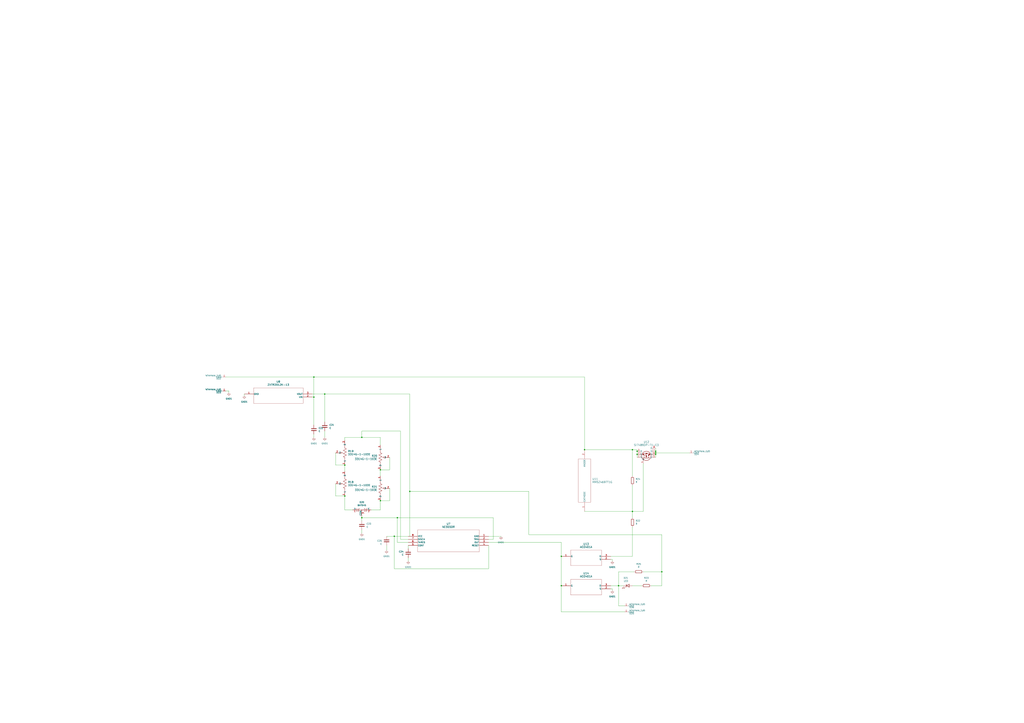
<source format=kicad_sch>
(kicad_sch (version 20230121) (generator eeschema)
  (paper "A1")
  (lib_symbols
    (symbol "3314G:3314G-1-103E" (pin_names (offset 0.254))
      (property "Reference" "R" (at 10.795 -3.175 0))
      (property "Value" "3314G-1-103E" (at 10.795 -6.35 0))
      (symbol "3314G-1-103E_1_1"
        (polyline (pts (xy 2.54 0) (xy 6.35 0)) (stroke (width 0.2032)))
        (polyline (pts (xy 6.35 0) (xy 6.985 1.27)) (stroke (width 0.2032)))
        (polyline (pts (xy 6.985 1.27) (xy 8.255 -1.27)) (stroke (width 0.2032)))
        (polyline (pts (xy 8.255 -1.27) (xy 9.525 1.27)) (stroke (width 0.2032)))
        (polyline (pts (xy 9.525 1.27) (xy 10.795 -1.27)) (stroke (width 0.2032)))
        (polyline (pts (xy 9.525 3.81) (xy 10.16 1.905)) (stroke (width 0.2032)))
        (polyline (pts (xy 9.525 3.81) (xy 10.795 3.81)) (stroke (width 0.2032)))
        (polyline (pts (xy 10.16 3.81) (xy 10.16 5.08)) (stroke (width 0.2032)))
        (polyline (pts (xy 10.795 -1.27) (xy 12.065 1.27)) (stroke (width 0.2032)))
        (polyline (pts (xy 10.795 3.81) (xy 10.16 1.905)) (stroke (width 0.2032)))
        (polyline (pts (xy 12.065 1.27) (xy 13.335 -1.27)) (stroke (width 0.2032)))
        (polyline (pts (xy 13.335 -1.27) (xy 13.97 0)) (stroke (width 0.2032)))
        (polyline (pts (xy 13.97 0) (xy 17.78 0)) (stroke (width 0.2032)))
        (pin unspecified line (at 0 0 0) (length 2.54) (name "1") (number "1"))
        (pin unspecified line (at 10.16 7.62 270) (length 2.54) (name "2") (number "2"))
        (pin unspecified line (at 20.32 0 180) (length 2.54) (name "3") (number "3"))
      )
      (symbol "3314G-1-103E_1_2"
        (polyline (pts (xy -3.81 -10.795) (xy -3.81 -9.525)) (stroke (width 0.2032)))
        (polyline (pts (xy -3.81 -10.795) (xy -1.905 -10.16)) (stroke (width 0.2032)))
        (polyline (pts (xy -3.81 -10.16) (xy -5.08 -10.16)) (stroke (width 0.2032)))
        (polyline (pts (xy -3.81 -9.525) (xy -1.905 -10.16)) (stroke (width 0.2032)))
        (polyline (pts (xy -1.27 -13.335) (xy 1.27 -12.065)) (stroke (width 0.2032)))
        (polyline (pts (xy -1.27 -10.795) (xy 1.27 -9.525)) (stroke (width 0.2032)))
        (polyline (pts (xy -1.27 -8.255) (xy 1.27 -6.985)) (stroke (width 0.2032)))
        (polyline (pts (xy 0 -17.78) (xy 0 -13.97)) (stroke (width 0.2032)))
        (polyline (pts (xy 0 -13.97) (xy -1.27 -13.335)) (stroke (width 0.2032)))
        (polyline (pts (xy 0 -6.35) (xy 0 -2.54)) (stroke (width 0.2032)))
        (polyline (pts (xy 1.27 -12.065) (xy -1.27 -10.795)) (stroke (width 0.2032)))
        (polyline (pts (xy 1.27 -9.525) (xy -1.27 -8.255)) (stroke (width 0.2032)))
        (polyline (pts (xy 1.27 -6.985) (xy 0 -6.35)) (stroke (width 0.2032)))
        (pin unspecified line (at 0 0 270) (length 2.54) (name "1") (number "1"))
        (pin unspecified line (at -7.62 -10.16 0) (length 2.54) (name "2") (number "2"))
        (pin unspecified line (at 0 -20.32 90) (length 2.54) (name "3") (number "3"))
      )
    )
    (symbol "AO3401A:AO3401A" (pin_names (offset 0.254))
      (property "Reference" "U" (at 20.32 10.16 0))
      (property "Value" "AO3401A" (at 20.32 7.62 0))
      (symbol "AO3401A_0_1"
        (polyline (pts (xy 7.62 -7.62) (xy 33.02 -7.62)) (stroke (width 0.127)))
        (polyline (pts (xy 7.62 5.08) (xy 7.62 -7.62)) (stroke (width 0.127)))
        (polyline (pts (xy 33.02 -7.62) (xy 33.02 5.08)) (stroke (width 0.127)))
        (polyline (pts (xy 33.02 5.08) (xy 7.62 5.08)) (stroke (width 0.127)))
        (pin unspecified line (at 0 0 0) (length 7.62) (name "G") (number "1"))
        (pin unspecified line (at 40.64 -2.54 180) (length 7.62) (name "S") (number "2"))
        (pin unspecified line (at 40.64 0 180) (length 7.62) (name "D") (number "3"))
      )
    )
    (symbol "Connectors_for_Wire:WireHole_1p5"
      (property "Reference" "D" (at 0 -1.27 0))
      (property "Value" "WireHole_1p5" (at 0 1.27 0))
      (symbol "WireHole_1p5_1_0"
        (pin bidirectional line (at 0 0 0) (length 2.54) (name "Conn") (number "1"))
      )
    )
    (symbol "Device:C" (pin_numbers hide) (pin_names (offset 0.254))
      (property "Reference" "C" (at 0.635 2.54 0))
      (property "Value" "C" (at 0.635 -2.54 0))
      (symbol "C_0_1"
        (polyline (pts (xy -2.032 -0.762) (xy 2.032 -0.762)) (stroke (width 0.508)))
        (polyline (pts (xy -2.032 0.762) (xy 2.032 0.762)) (stroke (width 0.508)))
      )
      (symbol "C_1_1"
        (pin passive line (at 0 3.81 270) (length 2.794) (name "~") (number "1"))
        (pin passive line (at 0 -3.81 90) (length 2.794) (name "~") (number "2"))
      )
    )
    (symbol "Device:LED" (pin_numbers hide) (pin_names (offset 1.016) hide)
      (property "Reference" "D" (at 0 2.54 0))
      (property "Value" "LED" (at 0 -2.54 0))
      (symbol "LED_0_1"
        (polyline (pts (xy -1.27 -1.27) (xy -1.27 1.27)) (stroke (width 0.254)))
        (polyline (pts (xy -1.27 0) (xy 1.27 0)))
        (polyline (pts (xy 1.27 -1.27) (xy 1.27 1.27) (xy -1.27 0) (xy 1.27 -1.27)) (stroke (width 0.254)))
        (polyline (pts (xy -3.048 -0.762) (xy -4.572 -2.286) (xy -3.81 -2.286) (xy -4.572 -2.286) (xy -4.572 -1.524)))
        (polyline (pts (xy -1.778 -0.762) (xy -3.302 -2.286) (xy -2.54 -2.286) (xy -3.302 -2.286) (xy -3.302 -1.524)))
      )
      (symbol "LED_1_1"
        (pin passive line (at -3.81 0 0) (length 2.54) (name "K") (number "1"))
        (pin passive line (at 3.81 0 180) (length 2.54) (name "A") (number "2"))
      )
    )
    (symbol "Device:R" (pin_numbers hide) (pin_names (offset 0))
      (property "Reference" "R" (at 2.032 0 90))
      (property "Value" "R" (at 0 0 90))
      (symbol "R_0_1"
        (rectangle (start -1.016 -2.54) (end 1.016 2.54) (stroke (width 0.254)))
      )
      (symbol "R_1_1"
        (pin passive line (at 0 3.81 270) (length 1.27) (name "~") (number "1"))
        (pin passive line (at 0 -3.81 90) (length 1.27) (name "~") (number "2"))
      )
    )
    (symbol "Diode:BAT54S" (pin_names (offset 0))
      (property "Reference" "D" (at 2.54 -5.08 0))
      (property "Value" "BAT54S" (at -6.35 3.175 0))
      (symbol "BAT54S_0_1"
        (polyline (pts (xy -3.81 0) (xy -1.27 0)))
        (polyline (pts (xy -3.175 -1.27) (xy -3.175 -1.016)))
        (polyline (pts (xy -2.54 -1.27) (xy -3.175 -1.27)))
        (polyline (pts (xy -2.54 -1.27) (xy -2.54 1.27)))
        (polyline (pts (xy -2.54 1.27) (xy -1.905 1.27)))
        (polyline (pts (xy -1.905 0) (xy 1.905 0)))
        (polyline (pts (xy -1.905 1.27) (xy -1.905 1.016)))
        (polyline (pts (xy 1.27 0) (xy 3.81 0)))
        (polyline (pts (xy 3.175 -1.27) (xy 3.175 -1.016)))
        (polyline (pts (xy 3.81 -1.27) (xy 3.175 -1.27)))
        (polyline (pts (xy 3.81 -1.27) (xy 3.81 1.27)))
        (polyline (pts (xy 3.81 1.27) (xy 4.445 1.27)))
        (polyline (pts (xy 4.445 1.27) (xy 4.445 1.016)))
        (polyline (pts (xy -4.445 1.27) (xy -4.445 -1.27) (xy -2.54 0) (xy -4.445 1.27)))
        (polyline (pts (xy 1.905 1.27) (xy 1.905 -1.27) (xy 3.81 0) (xy 1.905 1.27)))
        (circle (center 0 0) (radius 0.254) (fill (type outline)))
      )
      (symbol "BAT54S_1_1"
        (pin passive line (at -7.62 0 0) (length 3.81) (name "A") (number "1"))
        (pin passive line (at 7.62 0 180) (length 3.81) (name "K") (number "2"))
        (pin passive line (at 0 -5.08 90) (length 5.08) (name "COM") (number "3"))
      )
    )
    (symbol "MMSZ4697T1G:MMSZ4697T1G" (pin_names (offset 0.254))
      (property "Reference" "U" (at 25.4 10.16 0))
      (property "Value" "MMSZ4697T1G" (at 25.4 7.62 0))
      (symbol "MMSZ4697T1G_0_1"
        (polyline (pts (xy 7.62 -5.08) (xy 43.18 -5.08)) (stroke (width 0.127)))
        (polyline (pts (xy 7.62 5.08) (xy 7.62 -5.08)) (stroke (width 0.127)))
        (polyline (pts (xy 43.18 -5.08) (xy 43.18 5.08)) (stroke (width 0.127)))
        (polyline (pts (xy 43.18 5.08) (xy 7.62 5.08)) (stroke (width 0.127)))
        (pin unspecified line (at 0 0 0) (length 7.62) (name "CATHODE") (number "1"))
        (pin unspecified line (at 50.8 0 180) (length 7.62) (name "ANODE") (number "2"))
      )
    )
    (symbol "NE555DB:NE555DR" (pin_names (offset 0.254))
      (property "Reference" "U" (at 33.02 10.16 0))
      (property "Value" "NE555DR" (at 33.02 7.62 0))
      (symbol "NE555DR_0_1"
        (polyline (pts (xy 7.62 -12.7) (xy 58.42 -12.7)) (stroke (width 0.127)))
        (polyline (pts (xy 7.62 5.08) (xy 7.62 -12.7)) (stroke (width 0.127)))
        (polyline (pts (xy 58.42 -12.7) (xy 58.42 5.08)) (stroke (width 0.127)))
        (polyline (pts (xy 58.42 5.08) (xy 7.62 5.08)) (stroke (width 0.127)))
        (pin power_in line (at 0 0 0) (length 7.62) (name "GND") (number "1"))
        (pin input line (at 0 -2.54 0) (length 7.62) (name "TRIG") (number "2"))
        (pin output line (at 0 -5.08 0) (length 7.62) (name "OUT") (number "3"))
        (pin input line (at 0 -7.62 0) (length 7.62) (name "RESET") (number "4"))
        (pin unspecified line (at 66.04 -7.62 180) (length 7.62) (name "CONT") (number "5"))
        (pin input line (at 66.04 -5.08 180) (length 7.62) (name "THRES") (number "6"))
        (pin unspecified line (at 66.04 -2.54 180) (length 7.62) (name "DISCH") (number "7"))
        (pin power_in line (at 66.04 0 180) (length 7.62) (name "VCC") (number "8"))
      )
    )
    (symbol "SI7489DP:SI7489DP-T1-E3" (pin_names (offset 0.254))
      (property "Reference" "U" (at 11.43 -0.635 0))
      (property "Value" "SI7489DP-T1-E3" (at 11.43 -5.08 0))
      (symbol "SI7489DP-T1-E3_0_1"
        (polyline (pts (xy 2.54 0) (xy 4.445 0)) (stroke (width 0.2032)))
        (polyline (pts (xy 4.445 -5.08) (xy 4.445 0)) (stroke (width 0.2032)))
        (polyline (pts (xy 5.08 -7.62) (xy 12.7 -7.62)) (stroke (width 0.127)))
        (polyline (pts (xy 5.08 -5.08) (xy 5.08 -3.81)) (stroke (width 0.2032)))
        (polyline (pts (xy 5.08 -4.445) (xy 6.985 -4.445)) (stroke (width 0.2032)))
        (polyline (pts (xy 5.08 -3.175) (xy 5.08 -1.905)) (stroke (width 0.2032)))
        (polyline (pts (xy 5.08 -1.27) (xy 5.08 0)) (stroke (width 0.2032)))
        (polyline (pts (xy 5.08 -0.635) (xy 6.985 -0.635)) (stroke (width 0.2032)))
        (polyline (pts (xy 5.08 2.54) (xy 10.16 2.54)) (stroke (width 0.127)))
        (polyline (pts (xy 5.715 -2.54) (xy 5.08 -2.54)) (stroke (width 0.2032)))
        (polyline (pts (xy 6.985 -5.08) (xy 8.255 -5.08)) (stroke (width 0.2032)))
        (polyline (pts (xy 6.985 -4.445) (xy 6.985 -5.08)) (stroke (width 0.127)))
        (polyline (pts (xy 6.985 -0.635) (xy 6.985 -2.54)) (stroke (width 0.2032)))
        (polyline (pts (xy 6.985 -0.635) (xy 6.985 0)) (stroke (width 0.2032)))
        (polyline (pts (xy 6.985 0) (xy 8.255 0)) (stroke (width 0.2032)))
        (polyline (pts (xy 7.62 -7.62) (xy 7.62 -5.08)) (stroke (width 0.127)))
        (polyline (pts (xy 7.62 2.54) (xy 7.6454 0)) (stroke (width 0.127)))
        (polyline (pts (xy 8.255 -5.08) (xy 8.255 -3.175)) (stroke (width 0.2032)))
        (polyline (pts (xy 8.255 -1.905) (xy 8.255 0)) (stroke (width 0.2032)))
        (polyline (pts (xy 8.89 -1.905) (xy 7.62 -1.905)) (stroke (width 0.2032)))
        (polyline (pts (xy 5.715 -3.175) (xy 6.985 -2.54) (xy 5.715 -1.905)) (stroke (width 0.0254)) (fill (type outline)))
        (polyline (pts (xy 8.89 -3.175) (xy 7.62 -3.175) (xy 8.255 -1.905)) (stroke (width 0.0254)) (fill (type outline)))
        (circle (center 6.35 -2.54) (radius 3.81) (stroke (width 0.254)))
        (circle (center 6.985 -4.445) (radius 0.0254) (stroke (width 0.508)))
        (circle (center 7.62 -5.08) (radius 0.0254) (stroke (width 0.508)))
        (circle (center 7.62 0) (radius 0.0254) (stroke (width 0.508)))
        (pin unspecified line (at 5.08 5.08 270) (length 2.54) (name "S") (number "1"))
        (pin unspecified line (at 7.62 5.08 270) (length 2.54) (name "S") (number "2"))
        (pin unspecified line (at 10.16 5.08 270) (length 2.54) (name "S") (number "3"))
        (pin unspecified line (at 0 0 0) (length 2.54) (name "G") (number "4"))
        (pin unspecified line (at 5.08 -10.16 90) (length 2.54) (name "D") (number "5"))
        (pin unspecified line (at 7.62 -10.16 90) (length 2.54) (name "D") (number "6"))
        (pin unspecified line (at 10.16 -10.16 90) (length 2.54) (name "D") (number "7"))
        (pin unspecified line (at 12.7 -10.16 90) (length 2.54) (name "D") (number "8"))
      )
    )
    (symbol "ZXTR2012K:ZXTR2012K-13" (pin_names (offset 0.254))
      (property "Reference" "U" (at 27.94 10.16 0))
      (property "Value" "ZXTR2012K-13" (at 27.94 7.62 0))
      (symbol "ZXTR2012K-13_0_1"
        (polyline (pts (xy 7.62 -7.62) (xy 48.26 -7.62)) (stroke (width 0.127)))
        (polyline (pts (xy 7.62 5.08) (xy 7.62 -7.62)) (stroke (width 0.127)))
        (polyline (pts (xy 48.26 -7.62) (xy 48.26 5.08)) (stroke (width 0.127)))
        (polyline (pts (xy 48.26 5.08) (xy 7.62 5.08)) (stroke (width 0.127)))
        (pin power_in line (at 0 0 0) (length 7.62) (name "GND") (number "1"))
        (pin input line (at 55.88 -2.54 180) (length 7.62) (name "VIN") (number "2"))
        (pin output line (at 55.88 0 180) (length 7.62) (name "VOUT") (number "3"))
      )
    )
    (symbol "power:GND1" (power) (pin_names (offset 0))
      (property "Value" "GND1" (at 0 -3.81 0))
      (symbol "GND1_0_1"
        (polyline (pts (xy 0 0) (xy 0 -1.27) (xy 1.27 -1.27) (xy 0 -2.54) (xy -1.27 -1.27) (xy 0 -1.27)))
      )
      (symbol "GND1_1_1"
        (pin power_in line (at 0 0 270) (length 0) hide (name "GND1") (number "1"))
      )
    )
  )
  (junction (at 543.56 469.9))
  (junction (at 461.01 481.33))
  (junction (at 257.81 309.88))
  (junction (at 523.24 373.38))
  (junction (at 519.43 420.37))
  (junction (at 538.48 370.84))
  (junction (at 312.42 411.48))
  (junction (at 508 481.33))
  (junction (at 266.7 323.85))
  (junction (at 326.39 425.45))
  (junction (at 312.42 386.08))
  (junction (at 297.18 359.41))
  (junction (at 257.81 326.39))
  (junction (at 283.21 407.67))
  (junction (at 461.01 457.2))
  (junction (at 538.48 373.38))
  (junction (at 336.55 403.86))
  (junction (at 480.06 369.57))
  (junction (at 283.21 382.27))
  (junction (at 523.24 370.84))
  (junction (at 538.48 372.11))
  (junction (at 519.43 369.57))
  (junction (at 323.85 440.69))
  (junction (at 297.18 425.45))
  (wire (pts (xy 523.24 373.38) (xy 523.24 375.92)))
  (wire (pts (xy 519.43 369.57) (xy 519.43 391.16)))
  (wire (pts (xy 304.8 419.1) (xy 312.42 419.1)))
  (wire (pts (xy 543.56 439.42) (xy 434.34 439.42)))
  (wire (pts (xy 320.04 386.08) (xy 312.42 386.08)))
  (wire (pts (xy 501.65 457.2) (xy 519.43 457.2)))
  (wire (pts (xy 538.48 368.3) (xy 538.48 370.84)))
  (wire (pts (xy 275.59 372.11) (xy 275.59 382.27)))
  (wire (pts (xy 257.81 326.39) (xy 256.54 326.39)))
  (wire (pts (xy 538.48 370.84) (xy 538.48 372.11)))
  (wire (pts (xy 513.08 497.84) (xy 508 497.84)))
  (wire (pts (xy 328.93 443.23) (xy 328.93 354.33)))
  (wire (pts (xy 257.81 309.88) (xy 257.81 326.39)))
  (wire (pts (xy 401.32 448.31) (xy 401.32 467.36)))
  (wire (pts (xy 283.21 361.95) (xy 283.21 359.41)))
  (wire (pts (xy 519.43 369.57) (xy 523.24 369.57)))
  (wire (pts (xy 266.7 323.85) (xy 256.54 323.85)))
  (wire (pts (xy 411.48 440.69) (xy 401.32 440.69)))
  (wire (pts (xy 275.59 407.67) (xy 283.21 407.67)))
  (wire (pts (xy 401.32 467.36) (xy 323.85 467.36)))
  (wire (pts (xy 328.93 354.33) (xy 297.18 354.33)))
  (wire (pts (xy 266.7 346.71) (xy 266.7 323.85)))
  (wire (pts (xy 336.55 440.69) (xy 336.55 403.86)))
  (wire (pts (xy 187.96 321.31) (xy 187.96 322.58)))
  (wire (pts (xy 185.42 321.31) (xy 187.96 321.31)))
  (wire (pts (xy 335.28 440.69) (xy 323.85 440.69)))
  (wire (pts (xy 401.32 443.23) (xy 405.13 443.23)))
  (wire (pts (xy 480.06 420.37) (xy 519.43 420.37)))
  (wire (pts (xy 312.42 359.41) (xy 312.42 365.76)))
  (wire (pts (xy 275.59 397.51) (xy 275.59 407.67)))
  (wire (pts (xy 275.59 382.27) (xy 283.21 382.27)))
  (wire (pts (xy 528.32 420.37) (xy 528.32 381)))
  (wire (pts (xy 434.34 403.86) (xy 336.55 403.86)))
  (wire (pts (xy 326.39 425.45) (xy 297.18 425.45)))
  (wire (pts (xy 501.65 483.87) (xy 502.92 483.87)))
  (wire (pts (xy 317.5 448.31) (xy 317.5 452.12)))
  (wire (pts (xy 323.85 467.36) (xy 323.85 440.69)))
  (wire (pts (xy 266.7 354.33) (xy 266.7 359.41)))
  (wire (pts (xy 401.32 445.77) (xy 461.01 445.77)))
  (wire (pts (xy 480.06 369.57) (xy 519.43 369.57)))
  (wire (pts (xy 283.21 382.27) (xy 283.21 387.35)))
  (wire (pts (xy 528.32 469.9) (xy 543.56 469.9)))
  (wire (pts (xy 312.42 419.1) (xy 312.42 411.48)))
  (wire (pts (xy 405.13 443.23) (xy 405.13 425.45)))
  (wire (pts (xy 508 481.33) (xy 511.81 481.33)))
  (wire (pts (xy 501.65 481.33) (xy 508 481.33)))
  (wire (pts (xy 519.43 398.78) (xy 519.43 420.37)))
  (wire (pts (xy 335.28 448.31) (xy 335.28 450.85)))
  (wire (pts (xy 312.42 386.08) (xy 312.42 391.16)))
  (wire (pts (xy 534.67 481.33) (xy 543.56 481.33)))
  (wire (pts (xy 538.48 373.38) (xy 538.48 375.92)))
  (wire (pts (xy 405.13 425.45) (xy 326.39 425.45)))
  (wire (pts (xy 335.28 445.77) (xy 326.39 445.77)))
  (wire (pts (xy 461.01 502.92) (xy 461.01 481.33)))
  (wire (pts (xy 297.18 435.61) (xy 297.18 438.15)))
  (wire (pts (xy 297.18 424.18) (xy 297.18 425.45)))
  (wire (pts (xy 538.48 372.11) (xy 538.48 373.38)))
  (wire (pts (xy 335.28 458.47) (xy 335.28 461.01)))
  (wire (pts (xy 335.28 443.23) (xy 328.93 443.23)))
  (wire (pts (xy 502.92 483.87) (xy 502.92 485.14)))
  (wire (pts (xy 523.24 369.57) (xy 523.24 370.84)))
  (wire (pts (xy 519.43 481.33) (xy 527.05 481.33)))
  (wire (pts (xy 283.21 359.41) (xy 297.18 359.41)))
  (wire (pts (xy 336.55 403.86) (xy 336.55 323.85)))
  (wire (pts (xy 543.56 469.9) (xy 543.56 439.42)))
  (wire (pts (xy 283.21 419.1) (xy 283.21 407.67)))
  (wire (pts (xy 257.81 309.88) (xy 480.06 309.88)))
  (wire (pts (xy 326.39 445.77) (xy 326.39 425.45)))
  (wire (pts (xy 297.18 354.33) (xy 297.18 359.41)))
  (wire (pts (xy 480.06 309.88) (xy 480.06 369.57)))
  (wire (pts (xy 502.92 459.74) (xy 502.92 461.01)))
  (wire (pts (xy 519.43 433.07) (xy 519.43 457.2)))
  (wire (pts (xy 538.48 372.11) (xy 566.42 372.11)))
  (wire (pts (xy 289.56 419.1) (xy 283.21 419.1)))
  (wire (pts (xy 200.66 323.85) (xy 200.66 325.12)))
  (wire (pts (xy 320.04 401.32) (xy 320.04 411.48)))
  (wire (pts (xy 513.08 502.92) (xy 461.01 502.92)))
  (wire (pts (xy 519.43 420.37) (xy 528.32 420.37)))
  (wire (pts (xy 317.5 440.69) (xy 323.85 440.69)))
  (wire (pts (xy 434.34 439.42) (xy 434.34 403.86)))
  (wire (pts (xy 185.42 309.88) (xy 257.81 309.88)))
  (wire (pts (xy 461.01 445.77) (xy 461.01 457.2)))
  (wire (pts (xy 523.24 370.84) (xy 523.24 373.38)))
  (wire (pts (xy 266.7 323.85) (xy 336.55 323.85)))
  (wire (pts (xy 508 481.33) (xy 508 497.84)))
  (wire (pts (xy 257.81 356.87) (xy 257.81 359.41)))
  (wire (pts (xy 501.65 459.74) (xy 502.92 459.74)))
  (wire (pts (xy 543.56 481.33) (xy 543.56 469.9)))
  (wire (pts (xy 320.04 375.92) (xy 320.04 386.08)))
  (wire (pts (xy 520.7 469.9) (xy 508 469.9)))
  (wire (pts (xy 461.01 457.2) (xy 461.01 481.33)))
  (wire (pts (xy 297.18 359.41) (xy 312.42 359.41)))
  (wire (pts (xy 519.43 420.37) (xy 519.43 425.45)))
  (wire (pts (xy 508 469.9) (xy 508 481.33)))
  (wire (pts (xy 297.18 425.45) (xy 297.18 427.99)))
  (wire (pts (xy 257.81 326.39) (xy 257.81 349.25)))
  (wire (pts (xy 320.04 411.48) (xy 312.42 411.48)))
  (symbol (lib_id "AO3401A:AO3401A") (at 461.01 457.2 0) (unit 1)
    (property "Reference" "U13" (at 481.33 447.04 0) (effects (font (size 1.524 1.524))))
    (property "Value" "AO3401A" (at 481.33 449.58 0) (effects (font (size 1.524 1.524))))
    (property "Footprint" "ul_AO3401A:SOT-23-3L_AOS" (effects hide))
    (property "Datasheet" "AO3401A" (effects hide))
  )
  (symbol (lib_id "Device:R") (at 530.86 481.33 90) (unit 1)
    (property "Reference" "R23" (at 530.86 474.98 90))
    (property "Value" "R" (at 530.86 477.52 90))
    (property "Footprint" "Resistor_SMD:R_0603_1608Metric_Pad0.98x0.95mm_HandSolder" (effects hide))
  )
  (symbol (lib_id "Device:C") (at 335.28 454.66 0) (mirror y) (unit 1)
    (property "Reference" "C24" (at 331.47 453.39 0) (effects (justify left)))
    (property "Value" "C" (at 331.47 455.93 0) (effects (justify left)))
    (property "Footprint" "Capacitor_SMD:C_0603_1608Metric_Pad1.08x0.95mm_HandSolder" (effects hide))
  )
  (symbol (lib_id "NE555DB:NE555DR") (at 401.32 440.69 0) (mirror y) (unit 1)
    (property "Reference" "U7" (at 368.3 430.53 0) (effects (font (size 1.524 1.524))))
    (property "Value" "NE555DR" (at 368.3 433.07 0) (effects (font (size 1.524 1.524))))
    (property "Footprint" "ul_NE555DR:D8" (effects hide))
    (property "Datasheet" "NE555DR" (effects hide))
  )
  (symbol (lib_id "Device:C") (at 257.81 353.06 0) (unit 1)
    (property "Reference" "C22" (at 261.62 351.79 0) (effects (justify left)))
    (property "Value" "C" (at 261.62 354.33 0) (effects (justify left)))
    (property "Footprint" "Capacitor_SMD:C_0603_1608Metric_Pad1.08x0.95mm_HandSolder" (effects hide))
  )
  (symbol (lib_id "power:GND1") (at 200.66 325.12 0) (unit 1)
    (property "Reference" "#PWR01" (effects hide))
    (property "Value" "GND1" (at 200.66 330.2 0))
  )
  (symbol (lib_id "Device:C") (at 317.5 444.5 0) (mirror y) (unit 1)
    (property "Reference" "C25" (at 313.69 444.5 0) (effects (justify left)))
    (property "Value" "C" (at 313.69 447.04 0) (effects (justify left)))
    (property "Footprint" "Capacitor_SMD:C_0805_2012Metric_Pad1.18x1.45mm_HandSolder" (effects hide))
  )
  (symbol (lib_id "Device:R") (at 519.43 429.26 0) (unit 1)
    (property "Reference" "R22" (at 521.97 427.99 0) (effects (justify left)))
    (property "Value" "R" (at 521.97 430.53 0) (effects (justify left)))
    (property "Footprint" "Resistor_SMD:R_0603_1608Metric_Pad0.98x0.95mm_HandSolder" (effects hide))
  )
  (symbol (lib_id "Connectors_for_Wire:WireHole_1p5") (at 513.08 502.92 0) (mirror x) (unit 1)
    (property "Reference" "D25" (at 516.89 504.1901 0) (effects (justify left)))
    (property "Value" "WireHole_1p5" (at 516.89 501.6501 0) (effects (justify left)))
    (property "Footprint" "Wire_holes:WireHole_1p2" (effects hide))
  )
  (symbol (lib_id "MMSZ4697T1G:MMSZ4697T1G") (at 480.06 420.37 90) (unit 1)
    (property "Reference" "U11" (at 486.41 393.7 90) (effects (font (size 1.524 1.524)) (justify right)))
    (property "Value" "MMSZ4697T1G" (at 486.41 396.24 90) (effects (font (size 1.524 1.524)) (justify right)))
    (property "Footprint" "ul_MMSZ4697T1G:SOD-123_ONS" (effects hide))
    (property "Datasheet" "MMSZ4697T1G" (effects hide))
  )
  (symbol (lib_id "power:GND1") (at 335.28 461.01 0) (mirror y) (unit 1)
    (property "Reference" "#PWR06" (effects hide))
    (property "Value" "GND1" (at 335.28 466.09 0))
  )
  (symbol (lib_id "Connectors_for_Wire:WireHole_1p5") (at 185.42 309.88 180) (unit 1)
    (property "Reference" "D22" (at 181.61 311.1501 0) (effects (justify left)))
    (property "Value" "WireHole_1p5" (at 181.61 308.6101 0) (effects (justify left)))
    (property "Footprint" "Wire_holes:WireHole_1p2" (effects hide))
  )
  (symbol (lib_id "power:GND1") (at 502.92 485.14 0) (mirror y) (unit 1)
    (property "Reference" "#PWR011" (effects hide))
    (property "Value" "GND1" (at 502.92 490.22 0))
  )
  (symbol (lib_id "Device:R") (at 519.43 394.97 0) (unit 1)
    (property "Reference" "R24" (at 521.97 393.7 0) (effects (justify left)))
    (property "Value" "R" (at 521.97 396.24 0) (effects (justify left)))
    (property "Footprint" "Resistor_SMD:R_0603_1608Metric_Pad0.98x0.95mm_HandSolder" (effects hide))
  )
  (symbol (lib_id "SI7489DP:SI7489DP-T1-E3") (at 528.32 381 90) (unit 1)
    (property "Reference" "U12" (at 530.86 363.22 90) (effects (font (size 1.524 1.524))))
    (property "Value" "SI7489DP-T1-E3" (at 530.86 365.76 90) (effects (font (size 1.524 1.524))))
    (property "Footprint" "ul_SI7489DP-T1-E3:MOSFET_65DP-T1-E3_VIS" (effects hide))
    (property "Datasheet" "SI7489DP-T1-E3" (effects hide))
  )
  (symbol (lib_id "3314G:3314G-1-103E") (at 283.21 382.27 90) (unit 1)
    (property "Reference" "R19" (at 285.75 370.84 90) (effects (font (size 1.524 1.524)) (justify right)))
    (property "Value" "3314G-1-103E" (at 285.75 373.38 90) (effects (font (size 1.524 1.524)) (justify right)))
    (property "Footprint" "ul_3314G-1-103E:POT_3314G" (effects hide))
    (property "Datasheet" "3314G-1-103E" (effects hide))
  )
  (symbol (lib_id "3314G:3314G-1-103E") (at 283.21 407.67 90) (unit 1)
    (property "Reference" "R18" (at 285.75 396.24 90) (effects (font (size 1.524 1.524)) (justify right)))
    (property "Value" "3314G-1-103E" (at 285.75 398.78 90) (effects (font (size 1.524 1.524)) (justify right)))
    (property "Footprint" "ul_3314G-1-103E:POT_3314G" (effects hide))
    (property "Datasheet" "3314G-1-103E" (effects hide))
  )
  (symbol (lib_id "power:GND1") (at 502.92 461.01 0) (mirror y) (unit 1)
    (property "Reference" "#PWR010" (effects hide))
    (property "Value" "GND1" (at 502.92 466.09 0))
  )
  (symbol (lib_id "power:GND1") (at 257.81 359.41 0) (unit 1)
    (property "Reference" "#PWR04" (effects hide))
    (property "Value" "GND1" (at 257.81 364.49 0))
  )
  (symbol (lib_id "ZXTR2012K:ZXTR2012K-13") (at 200.66 323.85 0) (unit 1)
    (property "Reference" "U8" (at 228.6 313.69 0) (effects (font (size 1.524 1.524))))
    (property "Value" "ZXTR2012K-13" (at 228.6 316.23 0) (effects (font (size 1.524 1.524))))
    (property "Footprint" "ul_ZXTR2012K-13:TO252-3L_DIO" (effects hide))
    (property "Datasheet" "ZXTR2012K-13" (effects hide))
  )
  (symbol (lib_id "Connectors_for_Wire:WireHole_1p5") (at 513.08 497.84 0) (mirror x) (unit 1)
    (property "Reference" "D26" (at 516.89 499.1101 0) (effects (justify left)))
    (property "Value" "WireHole_1p5" (at 516.89 496.5701 0) (effects (justify left)))
    (property "Footprint" "Wire_holes:WireHole_1p2" (effects hide))
  )
  (symbol (lib_id "Connectors_for_Wire:WireHole_1p5") (at 185.42 321.31 180) (unit 1)
    (property "Reference" "D23" (at 181.61 322.5801 0) (effects (justify left)))
    (property "Value" "WireHole_1p5" (at 181.61 320.0401 0) (effects (justify left)))
    (property "Footprint" "Wire_holes:WireHole_1p2" (effects hide))
  )
  (symbol (lib_id "power:GND1") (at 297.18 438.15 0) (mirror y) (unit 1)
    (property "Reference" "#PWR08" (effects hide))
    (property "Value" "GND1" (at 297.18 443.23 0))
  )
  (symbol (lib_id "power:GND1") (at 266.7 359.41 0) (unit 1)
    (property "Reference" "#PWR05" (effects hide))
    (property "Value" "GND1" (at 266.7 364.49 0))
  )
  (symbol (lib_id "power:GND1") (at 317.5 452.12 0) (mirror y) (unit 1)
    (property "Reference" "#PWR07" (effects hide))
    (property "Value" "GND1" (at 317.5 457.2 0))
  )
  (symbol (lib_id "power:GND1") (at 411.48 440.69 0) (mirror y) (unit 1)
    (property "Reference" "#PWR02" (effects hide))
    (property "Value" "GND1" (at 411.48 445.77 0))
  )
  (symbol (lib_id "Connectors_for_Wire:WireHole_1p5") (at 566.42 372.11 0) (mirror x) (unit 1)
    (property "Reference" "D24" (at 570.23 373.3801 0) (effects (justify left)))
    (property "Value" "WireHole_1p5" (at 570.23 370.8401 0) (effects (justify left)))
    (property "Footprint" "Wire_holes:WireHole_1p2" (effects hide))
  )
  (symbol (lib_id "Device:C") (at 297.18 431.8 0) (unit 1)
    (property "Reference" "C23" (at 300.99 430.53 0) (effects (justify left)))
    (property "Value" "C" (at 300.99 433.07 0) (effects (justify left)))
    (property "Footprint" "Capacitor_SMD:C_0805_2012Metric_Pad1.18x1.45mm_HandSolder" (effects hide))
  )
  (symbol (lib_id "AO3401A:AO3401A") (at 461.01 481.33 0) (unit 1)
    (property "Reference" "U14" (at 481.33 471.17 0) (effects (font (size 1.524 1.524))))
    (property "Value" "AO3401A" (at 481.33 473.71 0) (effects (font (size 1.524 1.524))))
    (property "Footprint" "ul_AO3401A:SOT-23-3L_AOS" (effects hide))
    (property "Datasheet" "AO3401A" (effects hide))
  )
  (symbol (lib_id "power:GND1") (at 187.96 322.58 0) (unit 1)
    (property "Reference" "#PWR09" (effects hide))
    (property "Value" "GND1" (at 187.96 327.66 0))
  )
  (symbol (lib_id "3314G:3314G-1-103E") (at 312.42 391.16 270) (unit 1)
    (property "Reference" "R21" (at 309.88 400.05 90) (effects (font (size 1.524 1.524)) (justify right)))
    (property "Value" "3314G-1-103E" (at 309.88 402.59 90) (effects (font (size 1.524 1.524)) (justify right)))
    (property "Footprint" "ul_3314G-1-103E:POT_3314G" (effects hide))
    (property "Datasheet" "3314G-1-103E" (effects hide))
  )
  (symbol (lib_id "3314G:3314G-1-103E") (at 312.42 365.76 270) (unit 1)
    (property "Reference" "R20" (at 309.88 374.65 90) (effects (font (size 1.524 1.524)) (justify right)))
    (property "Value" "3314G-1-103E" (at 309.88 377.19 90) (effects (font (size 1.524 1.524)) (justify right)))
    (property "Footprint" "ul_3314G-1-103E:POT_3314G" (effects hide))
    (property "Datasheet" "3314G-1-103E" (effects hide))
  )
  (symbol (lib_id "Device:R") (at 524.51 469.9 90) (unit 1)
    (property "Reference" "R25" (at 524.51 463.55 90))
    (property "Value" "R" (at 524.51 466.09 90))
    (property "Footprint" "Resistor_SMD:R_0603_1608Metric_Pad0.98x0.95mm_HandSolder" (effects hide))
  )
  (symbol (lib_id "Device:LED") (at 515.62 481.33 0) (unit 1)
    (property "Reference" "D21" (at 514.0325 474.98 0))
    (property "Value" "LED" (at 514.0325 477.52 0))
    (property "Footprint" "LED_SMD:LED_0603_1608Metric_Pad1.05x0.95mm_HandSolder" (effects hide))
  )
  (symbol (lib_id "Diode:BAT54S") (at 297.18 419.1 0) (unit 1)
    (property "Reference" "D20" (at 297.18 412.75 0))
    (property "Value" "BAT54S" (at 297.18 415.29 0))
    (property "Footprint" "Package_TO_SOT_SMD:SOT-23" (effects hide))
    (property "Datasheet" "https://www.diodes.com/assets/Datasheets/ds11005.pdf" (effects hide))
  )
  (symbol (lib_id "Device:C") (at 266.7 350.52 0) (unit 1)
    (property "Reference" "C21" (at 270.51 349.25 0) (effects (justify left)))
    (property "Value" "C" (at 270.51 351.79 0) (effects (justify left)))
    (property "Footprint" "Capacitor_SMD:C_0603_1608Metric_Pad1.08x0.95mm_HandSolder" (effects hide))
  )
)
</source>
